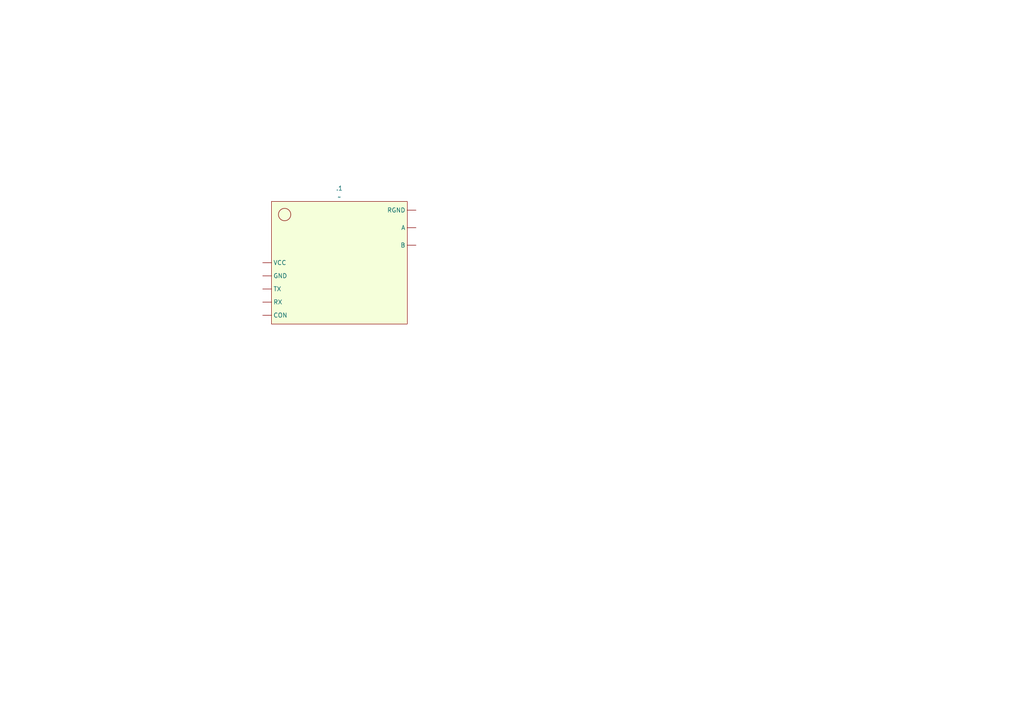
<source format=kicad_sch>
(kicad_sch (version 20250114) (generator "eeschema") (generator_version "9.0")
  (paper "A4")
  (lib_symbols
    (symbol "SIMBOLOS RJ:_1"
      (property "Reference" "." (at 0 0 0))
      (symbol "_1_0_1"
        (circle (center 3.81 31.75) (radius 1.7961))
      )
      (symbol "_1_1_1"
        (rectangle (start 0 35.56) (end 39.37 0) (fill (type color) (color 245 255 218 1)))
        (pin input line (at -2.54 17.78 0) (length 2.54) (name "VCC") (number ""))
        (pin input line (at -2.54 13.97 0) (length 2.54) (name "GND") (number ""))
        (pin input line (at -2.54 10.16 0) (length 2.54) (name "TX") (number ""))
        (pin input line (at -2.54 6.35 0) (length 2.54) (name "RX") (number ""))
        (pin input line (at -2.54 2.54 0) (length 2.54) (name "CON") (number ""))
        (pin input line (at 41.91 33.02 180) (length 2.54) (name "RGND") (number ""))
        (pin input line (at 41.91 27.94 180) (length 2.54) (name "A") (number ""))
        (pin input line (at 41.91 22.86 180) (length 2.54) (name "B") (number ""))
      )
    )
  )
  (symbol (lib_id "SIMBOLOS RJ:_1") (at 78.74 93.98 0) (unit 1)
    (property "Reference" ".1" (at 98.425 54.61 0))
    (property "Value" "~" (at 98.425 57.15 0))
    (property "Footprint" "sarihuella:RS485-MODULE-DEVO" (effects (hide yes)))
  )
)
</source>
